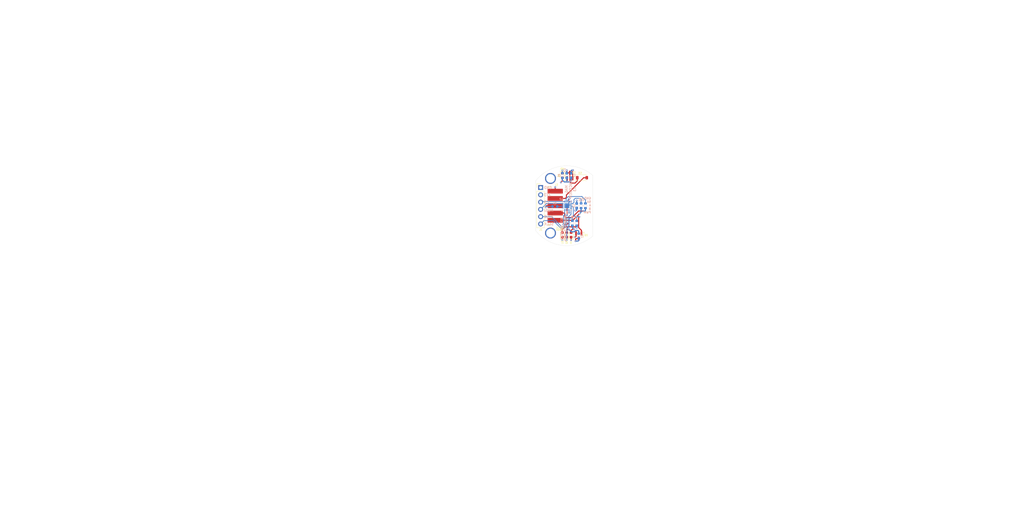
<source format=kicad_pcb>
(kicad_pcb (version 20240108) (generator "pcbnew") (generator_version "8.0")
  (title_block (title "Mag Encoder") (date "2024-10-24") (rev "3") (company "971 Spartan Robotics"))
  (layers (0 "F.Cu" signal) (1 "In1.Cu" signal) (2 "In2.Cu" signal) (31 "B.Cu" signal) (34 "B.Paste" user) (35 "F.Paste" user) (36 "B.SilkS" user "B.Silkscreen") (37 "F.SilkS" user "F.Silkscreen") (38 "B.Mask" user) (39 "F.Mask" user) (44 "Edge.Cuts" user))
  (net 0 "")
  (net 1 "+3.3V")
  (net 2 "GND")
  (net 3 "+5V")
  (net 4 "Net-(D4-A)")
  (net 5 "Net-(D1-K)")
  (net 6 "Net-(D3-A)")
  (net 7 "+5V_IN")
  (net 8 "Net-(D4-K)")
  (net 9 "/A")
  (net 10 "/B")
  (net 11 "/PWM")
  (net 12 "Net-(Q1-D)")
  (net 13 "Net-(Q1-G)")
  (net 14 "Net-(D5-A)")
  (net 15 "Net-(U2-B)")
  (net 16 "Net-(U2-PWM)")
  (net 17 "Net-(U2-A)")
  (net 19 "/MISO")
  (net 22 "/CS")
  (net 23 "/MOSI")
  (net 24 "/SCLK")
  (footprint "mag-encoder:pin-0.100" (layer "F.Cu") (at 224.8408 114.046 180)
    (property "Reference" "H1" (hide yes))
    (property "Value" "MountingHole")
    (pad "" thru_hole circle (at 0 0 180) (size 3.81 3.81) (drill 3) (layers "*.Cu" "*.Mask"))
  )
  (footprint "LED_SMD:LED_0603_1608Metric" (layer "F.Cu") (at 228.981 113.03 -90)
    (property "Reference" "D1" (at -0.0254 1.2446 90) (layer "F.SilkS") (effects (font (size 0.635 0.635) (thickness 0.127))))
    (property "Value" "ON" (at -2.3114 0 180) (layer "F.SilkS") (effects (font (size 0.635 0.635) (thickness 0.127) (bold yes))))
    (fp_line (start -1.485 0.735) (end 0.8 0.735) (stroke (width 0.12)) (layer "F.SilkS"))
    (fp_line (start -1.485 -0.735) (end -1.485 0.735) (stroke (width 0.12)) (layer "F.SilkS"))
    (fp_line (start 0.8 -0.735) (end -1.485 -0.735) (stroke (width 0.12)) (layer "F.SilkS"))
    (pad "1" smd roundrect (at -0.7875 0 270) (size 0.875 0.95) (layers "F.Cu" "F.Paste" "F.Mask") (net 5 "Net-(D1-K)"))
    (pad "2" smd roundrect (at 0.7875 0 270) (size 0.875 0.95) (layers "F.Cu" "F.Paste" "F.Mask") (net 1 "+3.3V"))
  )
  (footprint "LED_SMD:LED_0603_1608Metric" (layer "F.Cu") (at 228.981 133.731 90)
    (property "Reference" "D3" (at 2.032 -1.7272 90) (layer "F.SilkS") (effects (font (size 0.635 0.635) (thickness 0.127))))
    (property "Value" "LO" (at -2.5654 -0.008467 90) (layer "F.SilkS") (effects (font (size 0.635 0.635) (thickness 0.127) (bold yes))))
    (fp_line (start 0.8 -0.735) (end -1.485 -0.735) (stroke (width 0.12)) (layer "F.SilkS"))
    (fp_line (start -1.485 -0.735) (end -1.485 0.735) (stroke (width 0.12)) (layer "F.SilkS"))
    (fp_line (start -1.485 0.735) (end 0.8 0.735) (stroke (width 0.12)) (layer "F.SilkS"))
    (pad "1" smd roundrect (at -0.7875 0 90) (size 0.875 0.95) (layers "F.Cu" "F.Paste" "F.Mask") (net 2 "GND"))
    (pad "2" smd roundrect (at 0.7875 0 90) (size 0.875 0.95) (layers "F.Cu" "F.Paste" "F.Mask") (net 6 "Net-(D3-A)"))
  )
  (footprint "Package_TO_SOT_SMD:SOT-23" (layer "F.Cu") (at 234.696 134.112 -90)
    (property "Reference" "Q1" (at -0.3048 -2.6162 0) (layer "F.SilkS") (effects (font (size 0.635 0.635) (thickness 0.127))))
    (property "Value" "BSS84")
    (fp_line (start 0 1.56) (end -0.65 1.56) (stroke (width 0.12)) (layer "F.SilkS"))
    (fp_line (start 0 1.56) (end 0.65 1.56) (stroke (width 0.12)) (layer "F.SilkS"))
    (fp_line (start 0 -1.56) (end -0.65 -1.56) (stroke (width 0.12)) (layer "F.SilkS"))
    (fp_line (start 0 -1.56) (end 0.65 -1.56) (stroke (width 0.12)) (layer "F.SilkS"))
    (fp_poly (pts (xy -1.1625 -1.51) (xy -1.4025 -1.84) (xy -0.9225 -1.84) (xy -1.1625 -1.51)) (stroke (width 0.12)) (fill solid) (layer "F.SilkS"))
    (pad "1" smd roundrect (at -0.9375 -0.95 270) (size 1.475 0.6) (layers "F.Cu" "F.Paste" "F.Mask") (net 13 "Net-(Q1-G)"))
    (pad "2" smd roundrect (at -0.9375 0.95 270) (size 1.475 0.6) (layers "F.Cu" "F.Paste" "F.Mask") (net 1 "+3.3V"))
    (pad "3" smd roundrect (at 0.9375 0 270) (size 1.475 0.6) (layers "F.Cu" "F.Paste" "F.Mask") (net 12 "Net-(Q1-D)"))
  )
  (footprint "Package_TO_SOT_SMD:SOT-23" (layer "F.Cu") (at 231.5972 113.03 90)
    (property "Reference" "U1" (at 1.1176 1.4732 0) (layer "F.SilkS") (effects (font (size 0.635 0.635) (thickness 0.127))))
    (property "Value" "AP2120N-3.3TRG1")
    (fp_line (start 0 -1.56) (end 0.65 -1.56) (stroke (width 0.12)) (layer "F.SilkS"))
    (fp_line (start 0 -1.56) (end -0.65 -1.56) (stroke (width 0.12)) (layer "F.SilkS"))
    (fp_line (start 0 1.56) (end 0.65 1.56) (stroke (width 0.12)) (layer "F.SilkS"))
    (fp_line (start 0 1.56) (end -0.65 1.56) (stroke (width 0.12)) (layer "F.SilkS"))
    (fp_poly (pts (xy -1.6 -1.51) (xy -1.84 -1.84) (xy -1.36 -1.84) (xy -1.6 -1.51)) (stroke (width 0.12)) (fill solid) (layer "F.SilkS"))
    (pad "1" smd roundrect (at -0.9375 -0.95 90) (size 1.475 0.6) (layers "F.Cu" "F.Paste" "F.Mask") (net 2 "GND"))
    (pad "2" smd roundrect (at -0.9375 0.95 90) (size 1.475 0.6) (layers "F.Cu" "F.Paste" "F.Mask") (net 1 "+3.3V"))
    (pad "3" smd roundrect (at 0.9375 0 90) (size 1.475 0.6) (layers "F.Cu" "F.Paste" "F.Mask") (net 3 "+5V"))
  )
  (footprint "mag-encoder:Molex-70634-0039" (layer "F.Cu") (at 241.4778 123.571 90)
    (property "Reference" "J2" (at 7.3152 -14.5542 0) (layer "F.SilkS") (effects (font (size 0.635 0.635) (thickness 0.127))))
    (property "Value" "0015912055")
    (pad "" np_thru_hole circle (at -6.48 -4.3 90) (size 3.4 3.4) (drill 3.4) (layers "F&B.Cu" "*.Mask") (clearance 0.635))
    (pad "" np_thru_hole circle (at 6.48 -4.3 90) (size 3.4 3.4) (drill 3.4) (layers "F&B.Cu" "*.Mask") (clearance 0.635))
    (pad "1" smd roundrect (at 5.08 -14.99 90) (size 1.65 5.33) (layers "F.Cu" "F.Paste" "F.Mask") (roundrect_rratio 0.07352941176) (net 2 "GND"))
    (pad "2" smd roundrect (at 2.54 -14.99 90) (size 1.65 5.33) (layers "F.Cu" "F.Paste" "F.Mask") (roundrect_rratio 0.07352941176) (net 7 "+5V_IN"))
    (pad "3" smd roundrect (at 0 -14.99 90) (size 1.65 5.33) (layers "F.Cu" "F.Paste" "F.Mask") (roundrect_rratio 0.07352941176) (net 9 "/A"))
    (pad "4" smd roundrect (at -2.54 -14.99 90) (size 1.65 5.33) (layers "F.Cu" "F.Paste" "F.Mask") (roundrect_rratio 0.07352941176) (net 10 "/B"))
    (pad "5" smd roundrect (at -5.08 -14.99 90) (size 1.65 5.33) (layers "F.Cu" "F.Paste" "F.Mask") (roundrect_rratio 0.07352941176) (net 11 "/PWM"))
  )
  (footprint "LED_SMD:LED_0603_1608Metric" (layer "F.Cu") (at 230.505 133.731 90)
    (property "Reference" "D4" (at 2.032 -2.3876 90) (layer "F.SilkS") (effects (font (size 0.635 0.635) (thickness 0.127))))
    (property "Value" "OK" (at -2.504924 0.008466 90) (layer "F.SilkS") (effects (font (size 0.635 0.635) (thickness 0.127) (bold yes))))
    (fp_line (start 0.8 -0.735) (end -1.485 -0.735) (stroke (width 0.12)) (layer "F.SilkS"))
    (fp_line (start -1.485 -0.735) (end -1.485 0.735) (stroke (width 0.12)) (layer "F.SilkS"))
    (fp_line (start -1.485 0.735) (end 0.8 0.735) (stroke (width 0.12)) (layer "F.SilkS"))
    (pad "1" smd roundrect (at -0.7875 0 90) (size 0.875 0.95) (layers "F.Cu" "F.Paste" "F.Mask") (net 8 "Net-(D4-K)"))
    (pad "2" smd roundrect (at 0.7875 0 90) (size 0.875 0.95) (layers "F.Cu" "F.Paste" "F.Mask") (net 4 "Net-(D4-A)"))
  )
  (footprint "Connector_PinHeader_2.54mm:PinHeader_1x06_P2.54mm_Vertical" (layer "F.Cu") (at 221.4118 117.221)
    (property "Reference" "J1" (at 0.0508 14.7066 0) (layer "F.SilkS") (effects (font (size 0.635 0.635) (thickness 0.127) (bold yes))))
    (property "Value" "CONFIG")
    (fp_line (start -1.33 -1.33) (end 0 -1.33) (stroke (width 0.12)) (layer "F.SilkS"))
    (fp_line (start -1.33 0) (end -1.33 -1.33) (stroke (width 0.12)) (layer "F.SilkS"))
    (fp_line (start -1.33 1.27) (end -1.33 14.03) (stroke (width 0.12)) (layer "F.SilkS"))
    (fp_line (start -1.33 1.27) (end 1.33 1.27) (stroke (width 0.12)) (layer "F.SilkS"))
    (fp_line (start -1.33 14.03) (end 1.33 14.03) (stroke (width 0.12)) (layer "F.SilkS"))
    (fp_line (start 1.33 1.27) (end 1.33 14.03) (stroke (width 0.12)) (layer "F.SilkS"))
    (pad "1" thru_hole rect (at 0 0) (size 1.7 1.7) (drill 1) (layers "*.Cu" "*.Mask") (net 2 "GND"))
    (pad "2" thru_hole oval (at 0 2.54) (size 1.7 1.7) (drill 1) (layers "*.Cu" "*.Mask") (net 1 "+3.3V"))
    (pad "3" thru_hole oval (at 0 5.08) (size 1.7 1.7) (drill 1) (layers "*.Cu" "*.Mask") (net 22 "/CS"))
    (pad "4" thru_hole oval (at 0 7.62) (size 1.7 1.7) (drill 1) (layers "*.Cu" "*.Mask") (net 23 "/MOSI"))
    (pad "5" thru_hole oval (at 0 10.16) (size 1.7 1.7) (drill 1) (layers "*.Cu" "*.Mask") (net 19 "/MISO"))
    (pad "6" thru_hole oval (at 0 12.7) (size 1.7 1.7) (drill 1) (layers "*.Cu" "*.Mask") (net 24 "/SCLK"))
  )
  (footprint "Diode_SMD:D_SOD-123" (layer "F.Cu") (at 235.839 113.792)
    (property "Reference" "D2" (at -0.6604 -1.6256 0) (layer "F.SilkS") (effects (font (size 0.635 0.635) (thickness 0.127) (bold yes))))
    (property "Value" "MMSD4148T1G")
    (fp_line (start -2.36 -1) (end -2.36 1) (stroke (width 0.12)) (layer "F.SilkS"))
    (fp_line (start -2.36 -1) (end 1.65 -1) (stroke (width 0.12)) (layer "F.SilkS"))
    (fp_line (start -2.36 1) (end 1.65 1) (stroke (width 0.12)) (layer "F.SilkS"))
    (pad "1" smd roundrect (at -1.65 0) (size 0.9 1.2) (layers "F.Cu" "F.Paste" "F.Mask") (net 3 "+5V"))
    (pad "2" smd roundrect (at 1.65 0) (size 0.9 1.2) (layers "F.Cu" "F.Paste" "F.Mask") (net 7 "+5V_IN"))
  )
  (footprint "LED_SMD:LED_0603_1608Metric" (layer "F.Cu") (at 232.029 133.731 90)
    (property "Reference" "D5" (at 2.032 -3.048 90) (layer "F.SilkS") (effects (font (size 0.635 0.635) (thickness 0.127))))
    (property "Value" "HI" (at -2.671234 -0.0254 90) (layer "F.SilkS") (effects (font (size 0.635 0.635) (thickness 0.127) (bold yes))))
    (fp_line (start 0.8 -0.735) (end -1.485 -0.735) (stroke (width 0.12)) (layer "F.SilkS"))
    (fp_line (start -1.485 -0.735) (end -1.485 0.735) (stroke (width 0.12)) (layer "F.SilkS"))
    (fp_line (start -1.485 0.735) (end 0.8 0.735) (stroke (width 0.12)) (layer "F.SilkS"))
    (pad "1" smd roundrect (at -0.7875 0 90) (size 0.875 0.95) (layers "F.Cu" "F.Paste" "F.Mask") (net 2 "GND"))
    (pad "2" smd roundrect (at 0.7875 0 90) (size 0.875 0.95) (layers "F.Cu" "F.Paste" "F.Mask") (net 14 "Net-(D5-A)"))
  )
  (footprint "mag-encoder:pin-0.100" (layer "F.Cu") (at 224.8408 133.096 180)
    (property "Reference" "H2" (hide yes))
    (property "Value" "MountingHole")
    (pad "" thru_hole circle (at 0 0 180) (size 3.81 3.81) (drill 3) (layers "*.Cu" "*.Mask"))
  )
  (footprint "Resistor_SMD:R_0603_1608Metric" (layer "B.Cu") (at 226.3648 123.825 180)
    (property "Reference" "R4" (at 0.0254 1.0922 0) (layer "B.SilkS") (effects (font (size 0.635 0.635) (thickness 0.127)) (justify mirror)))
    (property "Value" "100R-1%-0603")
    (fp_line (start 0.237258 0.5225) (end -0.237258 0.5225) (stroke (width 0.12)) (layer "B.SilkS"))
    (fp_line (start 0.237258 -0.5225) (end -0.237258 -0.5225) (stroke (width 0.12)) (layer "B.SilkS"))
    (pad "1" smd roundrect (at -0.825 0 180) (size 0.8 0.95) (layers "B.Cu" "B.Paste" "B.Mask") (net 17 "Net-(U2-A)"))
    (pad "2" smd roundrect (at 0.825 0 180) (size 0.8 0.95) (layers "B.Cu" "B.Paste" "B.Mask") (net 9 "/A"))
  )
  (footprint "Capacitor_SMD:C_0603_1608Metric" (layer "B.Cu") (at 233.9848 123.571 90)
    (property "Reference" "C3" (at 0.011 -1.0148 90) (layer "B.SilkS") (effects (font (size 0.635 0.635) (thickness 0.127)) (justify mirror)))
    (property "Value" "1uF-10%-25V-0603")
    (fp_line (start 0.14058 -0.51) (end -0.14058 -0.51) (stroke (width 0.12)) (layer "B.SilkS"))
    (fp_line (start 0.14058 0.51) (end -0.14058 0.51) (stroke (width 0.12)) (layer "B.SilkS"))
    (pad "1" smd roundrect (at -0.775 0 90) (size 0.9 0.95) (layers "B.Cu" "B.Paste" "B.Mask") (net 1 "+3.3V"))
    (pad "2" smd roundrect (at 0.775 0 90) (size 0.9 0.95) (layers "B.Cu" "B.Paste" "B.Mask") (net 2 "GND"))
  )
  (footprint "Capacitor_SMD:C_0603_1608Metric" (layer "B.Cu") (at 230.505 113.03 -90)
    (property "Reference" "C2" (at -1.8542 0.5842 90) (layer "B.SilkS") (effects (font (size 0.635 0.635) (thickness 0.127)) (justify mirror)))
    (property "Value" "1uF-10%-25V-0603")
    (fp_line (start 0.14058 0.51) (end -0.14058 0.51) (stroke (width 0.12)) (layer "B.SilkS"))
    (fp_line (start 0.14058 -0.51) (end -0.14058 -0.51) (stroke (width 0.12)) (layer "B.SilkS"))
    (pad "1" smd roundrect (at -0.775 0 270) (size 0.9 0.95) (layers "B.Cu" "B.Paste" "B.Mask") (net 3 "+5V"))
    (pad "2" smd roundrect (at 0.775 0 270) (size 0.9 0.95) (layers "B.Cu" "B.Paste" "B.Mask") (net 2 "GND"))
  )
  (footprint "Resistor_SMD:R_0603_1608Metric" (layer "B.Cu") (at 232.4608 129.667 -90)
    (property "Reference" "R6" (at -2.0828 0 90) (layer "B.SilkS") (effects (font (size 0.635 0.635) (thickness 0.127)) (justify mirror)))
    (property "Value" "1.00k-1%-0603")
    (fp_line (start 0.237258 0.5225) (end -0.237258 0.5225) (stroke (width 0.12)) (layer "B.SilkS"))
    (fp_line (start 0.237258 -0.5225) (end -0.237258 -0.5225) (stroke (width 0.12)) (layer "B.SilkS"))
    (pad "1" smd roundrect (at -0.825 0 270) (size 0.8 0.95) (layers "B.Cu" "B.Paste" "B.Mask") (net 8 "Net-(D4-K)"))
    (pad "2" smd roundrect (at 0.825 0 270) (size 0.8 0.95) (layers "B.Cu" "B.Paste" "B.Mask") (net 14 "Net-(D5-A)"))
  )
  (footprint "Resistor_SMD:R_0603_1608Metric" (layer "B.Cu") (at 234.696 134.112 90)
    (property "Reference" "R7" (at -0.0254 1.2446 90) (layer "B.SilkS") (effects (font (size 0.635 0.635) (thickness 0.127)) (justify mirror)))
    (property "Value" "1.00k-1%-0603")
    (fp_line (start 0.237258 -0.5225) (end -0.237258 -0.5225) (stroke (width 0.12)) (layer "B.SilkS"))
    (fp_line (start 0.237258 0.5225) (end -0.237258 0.5225) (stroke (width 0.12)) (layer "B.SilkS"))
    (pad "1" smd roundrect (at -0.825 0 90) (size 0.8 0.95) (layers "B.Cu" "B.Paste" "B.Mask") (net 12 "Net-(Q1-D)"))
    (pad "2" smd roundrect (at 0.825 0 90) (size 0.8 0.95) (layers "B.Cu" "B.Paste" "B.Mask") (net 4 "Net-(D4-A)"))
  )
  (footprint "Resistor_SMD:R_0603_1608Metric" (layer "B.Cu") (at 237.0328 123.571 -90)
    (property "Reference" "R2" (at -2.171 0.8728 90) (layer "B.SilkS") (effects (font (size 0.635 0.635) (thickness 0.127)) (justify mirror)))
    (property "Value" "100R-1%-0603")
    (fp_line (start 0.237258 0.5225) (end -0.237258 0.5225) (stroke (width 0.12)) (layer "B.SilkS"))
    (fp_line (start 0.237258 -0.5225) (end -0.237258 -0.5225) (stroke (width 0.12)) (layer "B.SilkS"))
    (pad "1" smd roundrect (at -0.825 0 270) (size 0.8 0.95) (layers "B.Cu" "B.Paste" "B.Mask") (net 15 "Net-(U2-B)"))
    (pad "2" smd roundrect (at 0.825 0 270) (size 0.8 0.95) (layers "B.Cu" "B.Paste" "B.Mask") (net 10 "/B"))
  )
  (footprint "Resistor_SMD:R_0603_1608Metric" (layer "B.Cu") (at 235.5088 123.571 -90)
    (property "Reference" "R3" (at -2.171 0.3788 90) (layer "B.SilkS") (effects (font (size 0.635 0.635) (thickness 0.127)) (justify mirror)))
    (property "Value" "100R-1%-0603")
    (fp_line (start 0.237258 0.5225) (end -0.237258 0.5225) (stroke (width 0.12)) (layer "B.SilkS"))
    (fp_line (start 0.237258 -0.5225) (end -0.237258 -0.5225) (stroke (width 0.12)) (layer "B.SilkS"))
    (pad "1" smd roundrect (at -0.825 0 270) (size 0.8 0.95) (layers "B.Cu" "B.Paste" "B.Mask") (net 16 "Net-(U2-PWM)"))
    (pad "2" smd roundrect (at 0.825 0 270) (size 0.8 0.95) (layers "B.Cu" "B.Paste" "B.Mask") (net 11 "/PWM"))
  )
  (footprint "Capacitor_SMD:C_0603_1608Metric" (layer "B.Cu") (at 232.029 113.03 -90)
    (property "Reference" "C1" (at 0 -1.1176 90) (layer "B.SilkS") (effects (font (size 0.635 0.635) (thickness 0.127) (bold yes)) (justify mirror)))
    (property "Value" "1uF-10%-25V-0603")
    (fp_line (start 0.14058 0.51) (end -0.14058 0.51) (stroke (width 0.12)) (layer "B.SilkS"))
    (fp_line (start 0.14058 -0.51) (end -0.14058 -0.51) (stroke (width 0.12)) (layer "B.SilkS"))
    (pad "1" smd roundrect (at -0.775 0 270) (size 0.9 0.95) (layers "B.Cu" "B.Paste" "B.Mask") (net 1 "+3.3V"))
    (pad "2" smd roundrect (at 0.775 0 270) (size 0.9 0.95) (layers "B.Cu" "B.Paste" "B.Mask") (net 2 "GND"))
  )
  (footprint "mag-encoder:QFN-16-1EP_3x3mm_P0.5mm_EP1.7x1.7mm" (layer "B.Cu") (at 230.5558 123.571)
    (property "Reference" "U2" (at -1.9304 -2.3368 0) (layer "B.SilkS") (effects (font (size 0.635 0.635) (thickness 0.127)) (justify mirror)))
    (property "Value" "MA732GQ")
    (fp_line (start -1.61 -1.61) (end -1.135 -1.61) (stroke (width 0.12)) (layer "B.SilkS"))
    (fp_line (start -1.61 -1.135) (end -1.61 -1.61) (stroke (width 0.12)) (layer "B.SilkS"))
    (fp_line (start -1.61 1.37) (end -1.61 1.135) (stroke (width 0.12)) (layer "B.SilkS"))
    (fp_line (start -1.31 1.61) (end -1.135 1.61) (stroke (width 0.12)) (layer "B.SilkS"))
    (fp_line (start 1.61 -1.61) (end 1.135 -1.61) (stroke (width 0.12)) (layer "B.SilkS"))
    (fp_line (start 1.61 -1.135) (end 1.61 -1.61) (stroke (width 0.12)) (layer "B.SilkS"))
    (fp_line (start 1.61 1.135) (end 1.61 1.61) (stroke (width 0.12)) (layer "B.SilkS"))
    (fp_line (start 1.61 1.61) (end 1.135 1.61) (stroke (width 0.12)) (layer "B.SilkS"))
    (fp_poly (pts (xy -1.61 1.61) (xy -1.85 1.94) (xy -1.37 1.94) (xy -1.61 1.61)) (stroke (width 0.12)) (fill solid) (layer "B.SilkS"))
    (pad "1" smd roundrect (at -1.45 0.738) (size 0.7 0.25) (layers "B.Cu" "B.Paste" "B.Mask"))
    (pad "2" smd roundrect (at -1.45 0.238) (size 0.7 0.25) (layers "B.Cu" "B.Paste" "B.Mask") (net 17 "Net-(U2-A)"))
    (pad "3" smd roundrect (at -1.45 -0.262) (size 0.7 0.25) (layers "B.Cu" "B.Paste" "B.Mask"))
    (pad "4" smd roundrect (at -1.45 -0.762) (size 0.7 0.25) (layers "B.Cu" "B.Paste" "B.Mask") (net 23 "/MOSI"))
    (pad "5" smd roundrect (at -0.75 -1.45) (size 0.25 0.7) (layers "B.Cu" "B.Paste" "B.Mask") (net 22 "/CS"))
    (pad "6" smd roundrect (at -0.25 -1.45) (size 0.25 0.7) (layers "B.Cu" "B.Paste" "B.Mask") (net 15 "Net-(U2-B)"))
    (pad "7" smd roundrect (at 0.25 -1.45) (size 0.25 0.7) (layers "B.Cu" "B.Paste" "B.Mask") (net 19 "/MISO"))
    (pad "8" smd roundrect (at 0.75 -1.45) (size 0.25 0.7) (layers "B.Cu" "B.Paste" "B.Mask") (net 2 "GND"))
    (pad "9" smd roundrect (at 1.45 -0.75) (size 0.7 0.25) (layers "B.Cu" "B.Paste" "B.Mask") (net 16 "Net-(U2-PWM)"))
    (pad "10" smd roundrect (at 1.45 -0.25) (size 0.7 0.25) (layers "B.Cu" "B.Paste" "B.Mask") (net 2 "GND"))
    (pad "11" smd roundrect (at 1.45 0.25) (size 0.7 0.25) (layers "B.Cu" "B.Paste" "B.Mask") (net 13 "Net-(Q1-G)"))
    (pad "12" smd roundrect (at 1.45 0.75) (size 0.7 0.25) (layers "B.Cu" "B.Paste" "B.Mask") (net 24 "/SCLK"))
    (pad "13" smd roundrect (at 0.75 1.45) (size 0.25 0.7) (layers "B.Cu" "B.Paste" "B.Mask") (net 1 "+3.3V"))
    (pad "14" smd roundrect (at 0.25 1.45) (size 0.25 0.7) (layers "B.Cu" "B.Paste" "B.Mask"))
    (pad "15" smd roundrect (at -0.25 1.45) (size 0.25 0.7) (layers "B.Cu" "B.Paste" "B.Mask"))
    (pad "16" smd roundrect (at -0.75 1.45) (size 0.25 0.7) (layers "B.Cu" "B.Paste" "B.Mask") (net 8 "Net-(D4-K)"))
    (pad "17" smd rect (at 0 0) (size 1.7 1.7) (property pad_prop_heatsink) (layers "B.Cu" "B.Mask") (net 2 "GND"))
  )
  (footprint "Resistor_SMD:R_0603_1608Metric" (layer "B.Cu") (at 233.9848 129.667 -90)
    (property "Reference" "R5" (at -2.0828 0.1016 90) (layer "B.SilkS") (effects (font (size 0.635 0.635) (thickness 0.127)) (justify mirror)))
    (property "Value" "1.00k-1%-0603")
    (fp_line (start 0.237258 0.5225) (end -0.237258 0.5225) (stroke (width 0.12)) (layer "B.SilkS"))
    (fp_line (start 0.237258 -0.5225) (end -0.237258 -0.5225) (stroke (width 0.12)) (layer "B.SilkS"))
    (pad "1" smd roundrect (at -0.825 0 270) (size 0.8 0.95) (layers "B.Cu" "B.Paste" "B.Mask") (net 13 "Net-(Q1-G)"))
    (pad "2" smd roundrect (at 0.825 0 270) (size 0.8 0.95) (layers "B.Cu" "B.Paste" "B.Mask") (net 6 "Net-(D3-A)"))
  )
  (footprint "Resistor_SMD:R_0603_1608Metric" (layer "B.Cu") (at 228.981 113.03 -90)
    (property "Reference" "R1" (at 0 1.1176 90) (layer "B.SilkS") (effects (font (size 0.635 0.635) (thickness 0.127) (bold yes)) (justify mirror)))
    (property "Value" "1.00k-1%-0603")
    (fp_line (start 0.237258 0.5225) (end -0.237258 0.5225) (stroke (width 0.12)) (layer "B.SilkS"))
    (fp_line (start 0.237258 -0.5225) (end -0.237258 -0.5225) (stroke (width 0.12)) (layer "B.SilkS"))
    (pad "1" smd roundrect (at -0.825 0 270) (size 0.8 0.95) (layers "B.Cu" "B.Paste" "B.Mask") (net 5 "Net-(D1-K)"))
    (pad "2" smd roundrect (at 0.825 0 270) (size 0.8 0.95) (layers "B.Cu" "B.Paste" "B.Mask") (net 2 "GND"))
  )
  (gr_line (start 226.7966 130.81) (end 229.235 130.81) (stroke (width 0.1)) (layer "F.SilkS"))
  (gr_line (start 229.235 130.81) (end 228.9556 131.0386) (stroke (width 0.1)) (layer "F.SilkS"))
  (gr_line (start 229.235 130.81) (end 228.9556 130.5814) (stroke (width 0.1)) (layer "F.SilkS"))
  (gr_line (start 239.5428 112.941609) (end 239.5428 134.200389) (stroke (width 0.05)) (layer "Edge.Cuts"))
  (gr_line (start 219.638626 114.93881) (end 219.641945 132.213244) (stroke (width 0.05)) (layer "Edge.Cuts"))
  (gr_arc (start 239.5428 134.200389) (mid 229.171827 137.418491) (end 219.641945 132.213244) (stroke (width 0.05)) (layer "Edge.Cuts"))
  (gr_arc (start 219.638626 114.93881) (mid 229.167061 109.71808) (end 239.5428 112.941609) (stroke (width 0.05)) (layer "Edge.Cuts"))
  (gr_text "CS" (at 222.504 122.301 0) (layer "B.SilkS") (effects (font (size 0.889 0.889) (thickness 0.1524) (bold yes)) (justify right mirror)))
  (gr_text "GND" (at 222.504 117.2464 0) (layer "B.SilkS") (effects (font (size 0.889 0.889) (thickness 0.1524) (bold yes)) (justify right mirror)))
  (gr_text "MISO" (at 222.504 127.381 0) (layer "B.SilkS") (effects (font (size 0.889 0.889) (thickness 0.1524) (bold yes)) (justify right mirror)))
  (gr_text "3V3" (at 222.504 119.761 0) (layer "B.SilkS") (effects (font (size 0.889 0.889) (thickness 0.1524) (bold yes)) (justify right mirror)))
  (gr_text "GND\n5V\nA\nB\nPWM" (at 239.06 123.43 -0) (layer "B.SilkS") (effects (font (size 0.762 0.762) (thickness 0.1524) (bold yes)) (justify left mirror)))
  (gr_text "971 SPARTAN\nROBOTICS 2024" (at 228.3968 131.572 90) (layer "B.SilkS") (effects (font (size 0.762 0.762) (thickness 0.1524) (bold yes)) (justify top mirror)))
  (gr_text "MOSI" (at 222.504 125.222 0) (layer "B.SilkS") (effects (font (size 0.889 0.889) (thickness 0.1524) (bold yes)) (justify right mirror)))
  (gr_text "MAG\nENCODER\nV3" (at 231.8512 117.7798 90) (layer "B.SilkS") (effects (font (size 0.889 0.889) (thickness 0.1524) (bold yes)) (justify mirror)))
  (gr_text "SCLK" (at 222.504 129.921 0) (layer "B.SilkS") (effects (font (size 0.889 0.889) (thickness 0.1524) (bold yes)) (justify right mirror)))
  (gr_text "1" (at 224.917 116.9416 90) (layer "F.SilkS") (effects (font (size 0.889 0.889) (thickness 0.1524) (bold yes)) (justify bottom)))
  (gr_text "5" (at 224.8916 130.2258 90) (layer "F.SilkS") (effects (font (size 0.889 0.889) (thickness 0.1524) (bold yes)) (justify bottom)))
  (segment (start 233.2482 134.5184) (end 233.4514 134.5184) (width 0.381) (layer "F.Cu") (net 1))
  (segment (start 232.6894 111.1758) (end 232.537 111.3282) (width 0.381) (layer "F.Cu") (net 1))
  (segment (start 233.4514 134.5184) (end 233.746 134.2238) (width 0.381) (layer "F.Cu") (net 1))
  (segment (start 228.981 113.8175) (end 228.981 114.9096) (width 0.381) (layer "F.Cu") (net 1))
  (segment (start 232.537 113.9573) (end 232.5472 113.9675) (width 0.381) (layer "F.Cu") (net 1))
  (segment (start 228.981 114.9096) (end 228.473 115.4176) (width 0.381) (layer "F.Cu") (net 1))
  (segment (start 233.746 134.2238) (end 233.746 133.1745) (width 0.381) (layer "F.Cu") (net 1))
  (segment (start 232.537 111.3282) (end 232.537 113.9573) (width 0.381) (layer "F.Cu") (net 1))
  (via (at 232.6894 111.1758) (size 0.6) (drill 0.3) (layers "F.Cu" "B.Cu") (net 1))
  (via (at 233.4641 125.2601) (size 0.6096) (drill 0.3048) (layers "F.Cu" "B.Cu") (net 1))
  (via (at 231.3178 125.984) (size 0.6096) (drill 0.3048) (layers "F.Cu" "B.Cu") (net 1))
  (via (at 233.2482 134.5184) (size 0.6) (drill 0.3) (layers "F.Cu" "B.Cu") (net 1))
  (via (at 228.473 115.4176) (size 0.6) (drill 0.3) (layers "F.Cu" "B.Cu") (net 1))
  (segment (start 232.029 111.4044) (end 232.2576 111.1758) (width 0.381) (layer "B.Cu") (net 1))
  (segment (start 232.029 112.255) (end 232.029 111.4044) (width 0.381) (layer "B.Cu") (net 1))
  (segment (start 233.7689 125.2601) (end 233.9848 125.0442) (width 0.381) (layer "B.Cu") (net 1))
  (segment (start 232.2576 111.1758) (end 232.6894 111.1758) (width 0.381) (layer "B.Cu") (net 1))
  (segment (start 233.4641 125.2601) (end 233.7689 125.2601) (width 0.381) (layer "B.Cu") (net 1))
  (segment (start 231.3058 125.021) (end 231.3058 125.972) (width 0.254) (layer "B.Cu") (net 1))
  (segment (start 233.9848 125.0442) (end 233.9848 124.346) (width 0.381) (layer "B.Cu") (net 1))
  (segment (start 231.3058 125.972) (end 231.3178 125.984) (width 0.254) (layer "B.Cu") (net 1))
  (segment (start 230.6472 113.9675) (end 230.6472 115.255) (width 0.381) (layer "F.Cu") (net 2))
  (segment (start 232.029 134.5185) (end 232.029 135.509) (width 0.381) (layer "F.Cu") (net 2))
  (segment (start 228.981 134.5185) (end 228.981 135.4836) (width 0.381) (layer "F.Cu") (net 2))
  (segment (start 226.4878 117.098) (end 226.4918 117.094) (width 0.381) (layer "F.Cu") (net 2))
  (segment (start 228.981 135.4836) (end 228.9556 135.509) (width 0.381) (layer "F.Cu") (net 2))
  (segment (start 230.6472 115.255) (end 230.6574 115.2652) (width 0.381) (layer "F.Cu") (net 2))
  (segment (start 226.4878 118.491) (end 226.4878 117.098) (width 0.381) (layer "F.Cu") (net 2))
  (via (at 230.6574 115.2652) (size 0.6) (drill 0.3) (layers "F.Cu" "B.Cu") (net 2))
  (via (at 226.4918 117.094) (size 0.6096) (drill 0.3048) (layers "F.Cu" "B.Cu") (net 2))
  (via (at 232.0036 122.0978) (size 0.6096) (drill 0.3048) (layers "F.Cu" "B.Cu") (net 2))
  (via (at 228.9556 135.509) (size 0.6) (drill 0.3) (layers "F.Cu" "B.Cu") (net 2))
  (via (at 232.029 135.509) (size 0.6) (drill 0.3) (layers "F.Cu" "B.Cu") (net 2))
  (via (at 233.9848 121.793) (size 0.6096) (drill 0.3048) (layers "F.Cu" "B.Cu") (net 2))
  (segment (start 230.505 115.1128) (end 230.6574 115.2652) (width 0.381) (layer "B.Cu") (net 2))
  (segment (start 231.308 122.1232) (end 231.9782 122.1232) (width 0.254) (layer "B.Cu") (net 2))
  (segment (start 231.3058 122.121) (end 231.3058 122.560024) (width 0.254) (layer "B.Cu") (net 2))
  (segment (start 229.6414 115.2652) (end 230.6574 115.2652) (width 0.381) (layer "B.Cu") (net 2))
  (segment (start 231.2875 122.578324) (end 231.2875 122.8393) (width 0.254) (layer "B.Cu") (net 2))
  (segment (start 231.3058 122.121) (end 231.308 122.1232) (width 0.254) (layer "B.Cu") (net 2))
  (segment (start 231.9782 122.1232) (end 232.0036 122.0978) (width 0.254) (layer "B.Cu") (net 2))
  (segment (start 232.0058 123.321) (end 230.8058 123.321) (width 0.254) (layer "B.Cu") (net 2))
  (segment (start 228.981 114.6048) (end 229.6414 115.2652) (width 0.381) (layer "B.Cu") (net 2))
  (segment (start 231.3058 122.560024) (end 231.2875 122.578324) (width 0.254) (layer "B.Cu") (net 2))
  (segment (start 230.8058 123.321) (end 230.5558 123.571) (width 0.254) (layer "B.Cu") (net 2))
  (segment (start 231.2875 122.8393) (end 230.5558 123.571) (width 0.254) (layer "B.Cu") (net 2))
  (segment (start 232.029 113.805) (end 232.029 114.8588) (width 0.381) (layer "B.Cu") (net 2))
  (segment (start 228.981 113.855) (end 228.981 114.6048) (width 0.381) (layer "B.Cu") (net 2))
  (segment (start 232.029 114.8588) (end 231.6226 115.2652) (width 0.381) (layer "B.Cu") (net 2))
  (segment (start 231.6226 115.2652) (end 230.6574 115.2652) (width 0.381) (layer "B.Cu") (net 2))
  (segment (start 230.505 113.805) (end 230.505 115.1128) (width 0.381) (layer "B.Cu") (net 2))
  (segment (start 233.9848 122.796) (end 233.9848 121.793) (width 0.381) (layer "B.Cu") (net 2))
  (segment (start 234.189 114.8832) (end 233.4006 115.6716) (width 0.381) (layer "F.Cu") (net 3))
  (segment (start 231.5972 112.0925) (end 230.8883 112.0925) (width 0.381) (layer "F.Cu") (net 3))
  (segment (start 231.5972 115.2398) (end 231.5972 112.0925) (width 0.381) (layer "F.Cu") (net 3))
  (segment (start 230.5304 111.7346) (end 230.5304 111.2266) (width 0.381) (layer "F.Cu") (net 3))
  (segment (start 230.8883 112.0925) (end 230.5304 111.7346) (width 0.381) (layer "F.Cu") (net 3))
  (segment (start 233.4006 115.6716) (end 232.029 115.6716) (width 0.381) (layer "F.Cu") (net 3))
  (segment (start 232.029 115.6716) (end 231.5972 115.2398) (width 0.381) (layer "F.Cu") (net 3))
  (segment (start 234.189 113.792) (end 234.189 114.8832) (width 0.381) (layer "F.Cu") (net 3))
  (via (at 230.5304 111.2266) (size 0.6) (drill 0.3) (layers "F.Cu" "B.Cu") (net 3))
  (segment (start 230.505 112.255) (end 230.505 111.252) (width 0.381) (layer "B.Cu") (net 3))
  (segment (start 230.505 111.252) (end 230.5304 111.2266) (width 0.381) (layer "B.Cu") (net 3))
  (segment (start 230.8352 131.826) (end 231.2924 131.826) (width 0.381) (layer "F.Cu") (net 4))
  (segment (start 230.505 132.9435) (end 230.505 132.1562) (width 0.381) (layer "F.Cu") (net 4))
  (segment (start 230.505 132.1562) (end 230.8352 131.826) (width 0.381) (layer "F.Cu") (net 4))
  (via (at 231.2924 131.826) (size 0.6) (drill 0.3) (layers "F.Cu" "B.Cu") (net 4))
  (segment (start 234.4166 132.1816) (end 233.597322 132.1816) (width 0.381) (layer "B.Cu") (net 4))
  (segment (start 234.696 133.287) (end 234.696 132.461) (width 0.381) (layer "B.Cu") (net 4))
  (segment (start 233.597322 132.1816) (end 233.140122 132.6388) (width 0.381) (layer "B.Cu") (net 4))
  (segment (start 234.696 132.461) (end 234.4166 132.1816) (width 0.381) (layer "B.Cu") (net 4))
  (segment (start 232.1052 132.6388) (end 231.2924 131.826) (width 0.381) (layer "B.Cu") (net 4))
  (segment (start 233.140122 132.6388) (end 232.1052 132.6388) (width 0.381) (layer "B.Cu") (net 4))
  (segment (start 228.981 112.2425) (end 228.981 111.2266) (width 0.381) (layer "F.Cu") (net 5))
  (via (at 228.981 111.2266) (size 0.6) (drill 0.3) (layers "F.Cu" "B.Cu") (net 5))
  (segment (start 228.981 111.2266) (end 228.981 112.205) (width 0.381) (layer "B.Cu") (net 5))
  (segment (start 228.981 131.826) (end 228.981 132.9435) (width 0.381) (layer "F.Cu") (net 6))
  (segment (start 229.87 130.937) (end 228.981 131.826) (width 0.381) (layer "F.Cu") (net 6))
  (segment (start 233.587999 130.937) (end 229.87 130.937) (width 0.381) (layer "F.Cu") (net 6))
  (segment (start 233.924399 131.2734) (end 233.587999 130.937) (width 0.381) (layer "F.Cu") (net 6))
  (via (at 233.924399 131.2734) (size 0.6) (drill 0.3) (layers "F.Cu" "B.Cu") (net 6))
  (segment (start 233.9848 131.212999) (end 233.9848 130.492) (width 0.381) (layer "B.Cu") (net 6))
  (segment (start 233.924399 131.2734) (end 233.9848 131.212999) (width 0.381) (layer "B.Cu") (net 6))
  (segment (start 230.4034 120.6246) (end 230.4034 119.8118) (width 0.381) (layer "F.Cu") (net 7))
  (segment (start 230.4034 119.8118) (end 236.4232 113.792) (width 0.381) (layer "F.Cu") (net 7))
  (segment (start 236.4232 113.792) (end 237.362 113.792) (width 0.381) (layer "F.Cu") (net 7))
  (segment (start 229.997 121.031) (end 230.4034 120.6246) (width 0.381) (layer "F.Cu") (net 7))
  (segment (start 226.4878 121.031) (end 229.997 121.031) (width 0.381) (layer "F.Cu") (net 7))
  (segment (start 230.5685 130.0861) (end 229.368646 130.0861) (width 0.381) (layer "F.Cu") (net 8))
  (segment (start 230.505 134.5185) (end 230.505 135.5598) (width 0.381) (layer "F.Cu") (net 8))
  (segment (start 231.267 129.3876) (end 230.5685 130.0861) (width 0.381) (layer "F.Cu") (net 8))
  (via (at 230.505 135.5598) (size 0.6) (drill 0.3) (layers "F.Cu" "B.Cu") (net 8))
  (via (at 229.368646 130.0861) (size 0.6096) (drill 0.3048) (layers "F.Cu" "B.Cu") (net 8))
  (via (at 231.267 129.3876) (size 0.6096) (drill 0.3048) (layers "F.Cu" "B.Cu") (net 8))
  (segment (start 231.267 129.3876) (end 231.267 130.81) (width 0.381) (layer "B.Cu") (net 8))
  (segment (start 231.267 129.3876) (end 231.267 128.0922) (width 0.381) (layer "B.Cu") (net 8))
  (segment (start 231.5464 127.8128) (end 232.283 127.8128) (width 0.381) (layer "B.Cu") (net 8))
  (segment (start 231.267 130.81) (end 230.505 131.572) (width 0.381) (layer "B.Cu") (net 8))
  (segment (start 231.267 128.0922) (end 231.5464 127.8128) (width 0.381) (layer "B.Cu") (net 8))
  (segment (start 232.283 127.8128) (end 232.4608 127.9906) (width 0.381) (layer "B.Cu") (net 8))
  (segment (start 230.505 131.572) (end 230.505 135.5598) (width 0.381) (layer "B.Cu") (net 8))
  (segment (start 232.4608 127.9906) (end 232.4608 128.842) (width 0.381) (layer "B.Cu") (net 8))
  (segment (start 229.8058 126.6324) (end 229.8058 125.021) (width 0.254) (layer "B.Cu") (net 8))
  (segment (start 229.368646 127.069554) (end 229.8058 126.6324) (width 0.254) (layer "B.Cu") (net 8))
  (segment (start 229.368646 130.0861) (end 229.368646 127.069554) (width 0.254) (layer "B.Cu") (net 8))
  (segment (start 223.157754 123.857046) (end 223.4438 123.571) (width 0.381) (layer "F.Cu") (net 9))
  (segment (start 223.157754 124.046954) (end 223.157754 123.857046) (width 0.381) (layer "F.Cu") (net 9))
  (segment (start 223.4438 123.571) (end 226.4878 123.571) (width 0.381) (layer "F.Cu") (net 9))
  (via (at 223.157754 124.046954) (size 0.6096) (drill 0.3048) (layers "F.Cu" "B.Cu") (net 9))
  (segment (start 223.379708 123.825) (end 225.5398 123.825) (width 0.254) (layer "B.Cu") (net 9))
  (segment (start 223.157754 124.046954) (end 223.379708 123.825) (width 0.254) (layer "B.Cu") (net 9))
  (segment (start 236.232701 125.4252) (end 234.6198 125.4252) (width 0.381) (layer "F.Cu") (net 10))
  (segment (start 229.5906 126.111) (end 226.4878 126.111) (width 0.381) (layer "F.Cu") (net 10))
  (segment (start 232.3592 127.6858) (end 230.251 127.6858) (width 0.381) (layer "F.Cu") (net 10))
  (segment (start 236.2454 125.412501) (end 236.232701 125.4252) (width 0.381) (layer "F.Cu") (net 10))
  (segment (start 230.251 127.6858) (end 229.8446 127.2794) (width 0.381) (layer "F.Cu") (net 10))
  (segment (start 229.8446 126.365) (end 229.5906 126.111) (width 0.381) (layer "F.Cu") (net 10))
  (segment (start 234.6198 125.4252) (end 232.3592 127.6858) (width 0.381) (layer "F.Cu") (net 10))
  (segment (start 229.8446 127.2794) (end 229.8446 126.365) (width 0.381) (layer "F.Cu") (net 10))
  (via (at 236.2454 125.412501) (size 0.6096) (drill 0.3048) (layers "F.Cu" "B.Cu") (net 10))
  (segment (start 237.0328 125.349) (end 237.0328 124.396) (width 0.381) (layer "B.Cu") (net 10))
  (segment (start 236.969299 125.412501) (end 237.0328 125.349) (width 0.381) (layer "B.Cu") (net 10))
  (segment (start 236.2454 125.412501) (end 236.969299 125.412501) (width 0.381) (layer "B.Cu") (net 10))
  (segment (start 232.638289 128.651) (end 226.4878 128.651) (width 0.381) (layer "F.Cu") (net 11))
  (segment (start 234.911727 126.377562) (end 232.638289 128.651) (width 0.381) (layer "F.Cu") (net 11))
  (via (at 234.911727 126.377562) (size 0.6096) (drill 0.3048) (layers "F.Cu" "B.Cu") (net 11))
  (segment (start 234.911727 126.377562) (end 235.5088 125.780489) (width 0.381) (layer "B.Cu") (net 11))
  (segment (start 235.5088 125.780489) (end 235.5088 124.396) (width 0.381) (layer "B.Cu") (net 11))
  (segment (start 234.696 135.0495) (end 233.7839 135.0495) (width 0.381) (layer "F.Cu") (net 12))
  (segment (start 233.7839 135.0495) (end 233.6038 135.2296) (width 0.381) (layer "F.Cu") (net 12))
  (segment (start 233.6038 135.2296) (end 233.6038 135.89) (width 0.381) (layer "F.Cu") (net 12))
  (via (at 233.6038 135.89) (size 0.6) (drill 0.3) (layers "F.Cu" "B.Cu") (net 12))
  (segment (start 234.442 135.89) (end 234.696 135.636) (width 0.381) (layer "B.Cu") (net 12))
  (segment (start 234.696 135.636) (end 234.696 134.937) (width 0.381) (layer "B.Cu") (net 12))
  (segment (start 233.6038 135.89) (end 234.442 135.89) (width 0.381) (layer "B.Cu") (net 12))
  (segment (start 234.6491 127.675111) (end 234.6491 131.1695) (width 0.381) (layer "F.Cu") (net 13))
  (segment (start 234.6491 131.1695) (end 235.646 132.1664) (width 0.381) (layer "F.Cu") (net 13))
  (segment (start 235.646 132.1664) (end 235.646 133.1745) (width 0.381) (layer "F.Cu") (net 13))
  (segment (start 234.883106 127.441105) (end 234.6491 127.675111) (width 0.381) (layer "F.Cu") (net 13))
  (via (at 234.883106 127.441105) (size 0.6) (drill 0.3) (layers "F.Cu" "B.Cu") (net 13))
  (segment (start 232.791 126.8222) (end 233.299 127.3302) (width 0.254) (layer "B.Cu") (net 13))
  (segment (start 233.299 127.3302) (end 234.061 127.3302) (width 0.254) (layer "B.Cu") (net 13))
  (segment (start 234.061 127.3302) (end 234.772201 127.3302) (width 0.381) (layer "B.Cu") (net 13))
  (segment (start 232.791 123.9774) (end 232.791 126.8222) (width 0.254) (layer "B.Cu") (net 13))
  (segment (start 232.6346 123.821) (end 232.791 123.9774) (width 0.254) (layer "B.Cu") (net 13))
  (segment (start 233.9848 127.4064) (end 233.9848 128.842) (width 0.254) (layer "B.Cu") (net 13))
  (segment (start 234.061 127.3302) (end 233.9848 127.4064) (width 0.254) (layer "B.Cu") (net 13))
  (segment (start 232.0058 123.821) (end 232.6346 123.821) (width 0.254) (layer "B.Cu") (net 13))
  (segment (start 234.772201 127.3302) (end 234.883106 127.441105) (width 0.381) (layer "B.Cu") (net 13))
  (segment (start 232.5116 131.7244) (end 232.029 132.207) (width 0.381) (layer "F.Cu") (net 14))
  (segment (start 233.0196 131.7244) (end 232.5116 131.7244) (width 0.381) (layer "F.Cu") (net 14))
  (segment (start 232.029 132.207) (end 232.029 132.9435) (width 0.381) (layer "F.Cu") (net 14))
  (via (at 233.0196 131.7244) (size 0.6) (drill 0.3) (layers "F.Cu" "B.Cu") (net 14))
  (segment (start 233.0196 131.7244) (end 232.4608 131.1656) (width 0.381) (layer "B.Cu") (net 14))
  (segment (start 232.4608 131.1656) (end 232.4608 130.492) (width 0.381) (layer "B.Cu") (net 14))
  (segment (start 231.0511 120.3579) (end 235.8009 120.3579) (width 0.254) (layer "B.Cu") (net 15))
  (segment (start 235.8009 120.3579) (end 237.0328 121.5898) (width 0.254) (layer "B.Cu") (net 15))
  (segment (start 230.3058 121.1032) (end 231.0511 120.3579) (width 0.254) (layer "B.Cu") (net 15))
  (segment (start 230.3058 122.121) (end 230.3058 121.1032) (width 0.254) (layer "B.Cu") (net 15))
  (segment (start 237.0328 121.5898) (end 237.0328 122.746) (width 0.254) (layer "B.Cu") (net 15))
  (segment (start 233.0196 122.4026) (end 233.0196 121.4374) (width 0.254) (layer "B.Cu") (net 16))
  (segment (start 235.5088 121.3104) (end 235.5088 122.746) (width 0.254) (layer "B.Cu") (net 16))
  (segment (start 232.0058 122.821) (end 232.6012 122.821) (width 0.254) (layer "B.Cu") (net 16))
  (segment (start 235.1786 120.9802) (end 235.5088 121.3104) (width 0.254) (layer "B.Cu") (net 16))
  (segment (start 233.0196 121.4374) (end 233.4768 120.9802) (width 0.254) (layer "B.Cu") (net 16))
  (segment (start 232.6012 122.821) (end 233.0196 122.4026) (width 0.254) (layer "B.Cu") (net 16))
  (segment (start 233.4768 120.9802) (end 235.1786 120.9802) (width 0.254) (layer "B.Cu") (net 16))
  (segment (start 227.2058 123.809) (end 227.1898 123.825) (width 0.254) (layer "B.Cu") (net 17))
  (segment (start 229.1058 123.809) (end 227.2058 123.809) (width 0.254) (layer "B.Cu") (net 17))
  (segment (start 230.632 124.452223) (end 230.632 126.7968) (width 0.254) (layer "F.Cu") (net 19))
  (segment (start 230.632 126.7968) (end 230.6574 126.8222) (width 0.254) (layer "F.Cu") (net 19))
  (segment (start 231.2328 123.851423) (end 230.632 124.452223) (width 0.254) (layer "F.Cu") (net 19))
  (segment (start 231.2328 121.2938) (end 231.2328 123.851423) (width 0.254) (layer "F.Cu") (net 19))
  (segment (start 231.4956 121.031) (end 231.2328 121.2938) (width 0.254) (layer "F.Cu") (net 19))
  (via (at 231.4956 121.031) (size 0.6096) (drill 0.3048) (layers "F.Cu" "B.Cu") (net 19))
  (via (at 230.6574 126.8222) (size 0.6096) (drill 0.3048) (layers "F.Cu" "B.Cu") (net 19))
  (segment (start 230.0351 127.4445) (end 230.6574 126.8222) (width 0.254) (layer "B.Cu") (net 19))
  (segment (start 225.2472 127.381) (end 228.6254 130.7592) (width 0.254) (layer "B.Cu") (net 19))
  (segment (start 229.647454 130.7592) (end 230.041746 130.364908) (width 0.254) (layer "B.Cu") (net 19))
  (segment (start 230.041746 129.807292) (end 230.0351 129.800646) (width 0.254) (layer "B.Cu") (net 19))
  (segment (start 230.8058 122.121) (end 230.8058 121.660024) (width 0.254) (layer "B.Cu") (net 19))
  (segment (start 230.8058 121.660024) (end 231.434824 121.031) (width 0.254) (layer "B.Cu") (net 19))
  (segment (start 231.434824 121.031) (end 231.4956 121.031) (width 0.254) (layer "B.Cu") (net 19))
  (segment (start 230.0351 129.800646) (end 230.0351 127.4445) (width 0.254) (layer "B.Cu") (net 19))
  (segment (start 228.6254 130.7592) (end 229.647454 130.7592) (width 0.254) (layer "B.Cu") (net 19))
  (segment (start 221.4118 127.381) (end 225.2472 127.381) (width 0.254) (layer "B.Cu") (net 19))
  (segment (start 230.041746 130.364908) (end 230.041746 129.807292) (width 0.254) (layer "B.Cu") (net 19))
  (segment (start 229.8036 122.1232) (end 221.5896 122.1232) (width 0.254) (layer "B.Cu") (net 22))
  (segment (start 229.8058 122.121) (end 229.8036 122.1232) (width 0.254) (layer "B.Cu") (net 22))
  (segment (start 221.5896 122.1232) (end 221.4118 122.301) (width 0.254) (layer "B.Cu") (net 22))
  (segment (start 223.4438 122.809) (end 221.4118 124.841) (width 0.254) (layer "B.Cu") (net 23))
  (segment (start 229.1058 122.809) (end 223.4438 122.809) (width 0.254) (layer "B.Cu") (net 23))
  (segment (start 232.0058 126.5406) (end 232.0058 124.321) (width 0.254) (layer "B.Cu") (net 24))
  (segment (start 228.3206 131.2672) (end 229.839914 131.2672) (width 0.254) (layer "B.Cu") (net 24))
  (segment (start 221.4118 129.921) (end 222.5802 128.7526) (width 0.254) (layer "B.Cu") (net 24))
  (segment (start 229.839914 131.2672) (end 230.537046 130.570068) (width 0.254) (layer "B.Cu") (net 24))
  (segment (start 230.537046 128.009354) (end 232.0058 126.5406) (width 0.254) (layer "B.Cu") (net 24))
  (segment (start 222.5802 128.7526) (end 225.806 128.7526) (width 0.254) (layer "B.Cu") (net 24))
  (segment (start 230.537046 130.570068) (end 230.537046 128.009354) (width 0.254) (layer "B.Cu") (net 24))
  (segment (start 225.806 128.7526) (end 228.3206 131.2672) (width 0.254) (layer "B.Cu") (net 24))
)
</source>
